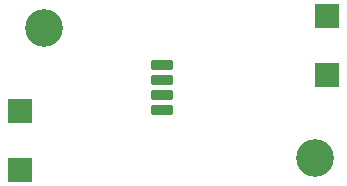
<source format=gbr>
%TF.GenerationSoftware,KiCad,Pcbnew,8.0.8*%
%TF.CreationDate,2025-04-18T18:27:36-04:00*%
%TF.ProjectId,VEML7700-TR,56454d4c-3737-4303-902d-54522e6b6963,rev?*%
%TF.SameCoordinates,Original*%
%TF.FileFunction,Soldermask,Bot*%
%TF.FilePolarity,Negative*%
%FSLAX46Y46*%
G04 Gerber Fmt 4.6, Leading zero omitted, Abs format (unit mm)*
G04 Created by KiCad (PCBNEW 8.0.8) date 2025-04-18 18:27:36*
%MOMM*%
%LPD*%
G01*
G04 APERTURE LIST*
G04 Aperture macros list*
%AMRoundRect*
0 Rectangle with rounded corners*
0 $1 Rounding radius*
0 $2 $3 $4 $5 $6 $7 $8 $9 X,Y pos of 4 corners*
0 Add a 4 corners polygon primitive as box body*
4,1,4,$2,$3,$4,$5,$6,$7,$8,$9,$2,$3,0*
0 Add four circle primitives for the rounded corners*
1,1,$1+$1,$2,$3*
1,1,$1+$1,$4,$5*
1,1,$1+$1,$6,$7*
1,1,$1+$1,$8,$9*
0 Add four rect primitives between the rounded corners*
20,1,$1+$1,$2,$3,$4,$5,0*
20,1,$1+$1,$4,$5,$6,$7,0*
20,1,$1+$1,$6,$7,$8,$9,0*
20,1,$1+$1,$8,$9,$2,$3,0*%
G04 Aperture macros list end*
%ADD10C,3.200000*%
%ADD11R,2.000000X2.000000*%
%ADD12RoundRect,0.102000X-0.800000X-0.350000X0.800000X-0.350000X0.800000X0.350000X-0.800000X0.350000X0*%
G04 APERTURE END LIST*
D10*
%TO.C,REF\u002A\u002A*%
X131000000Y-117000000D03*
%TD*%
%TO.C,REF\u002A\u002A*%
X154000000Y-128000000D03*
%TD*%
D11*
%TO.C,TP3*%
X155000000Y-121000000D03*
%TD*%
%TO.C,TP1*%
X129000000Y-124000000D03*
%TD*%
%TO.C,TP2*%
X129000000Y-129000000D03*
%TD*%
%TO.C,TP4*%
X155000000Y-116000000D03*
%TD*%
D12*
%TO.C,U1*%
X141000000Y-123905000D03*
X141000000Y-122635000D03*
X141000000Y-121365000D03*
X141000000Y-120095000D03*
%TD*%
M02*

</source>
